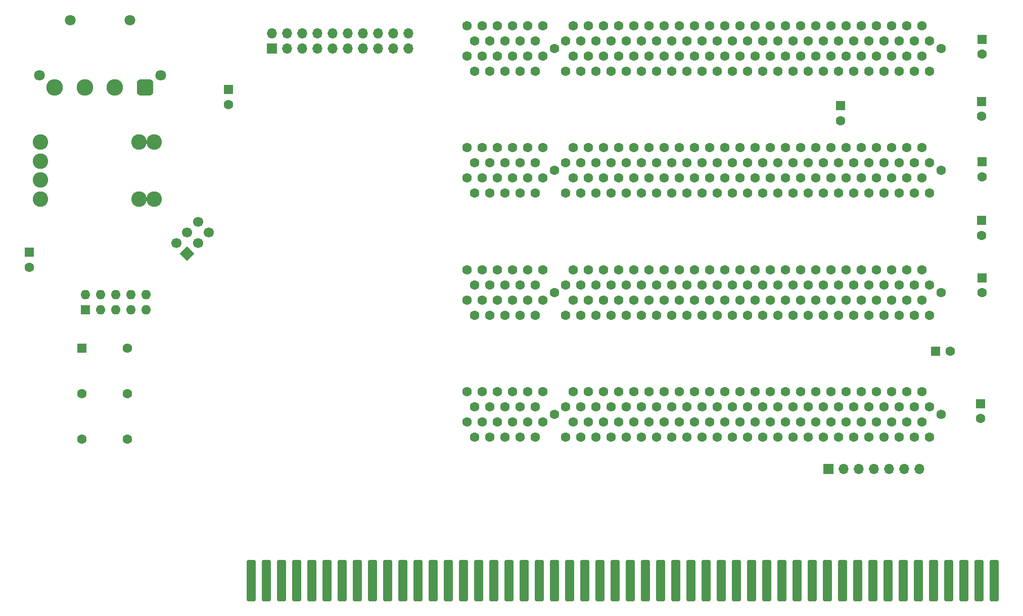
<source format=gbr>
%TF.GenerationSoftware,KiCad,Pcbnew,7.0.6-0*%
%TF.CreationDate,2023-08-26T23:16:56+02:00*%
%TF.ProjectId,Prometheus,50726f6d-6574-4686-9575-732e6b696361,rev?*%
%TF.SameCoordinates,Original*%
%TF.FileFunction,Soldermask,Bot*%
%TF.FilePolarity,Negative*%
%FSLAX46Y46*%
G04 Gerber Fmt 4.6, Leading zero omitted, Abs format (unit mm)*
G04 Created by KiCad (PCBNEW 7.0.6-0) date 2023-08-26 23:16:56*
%MOMM*%
%LPD*%
G01*
G04 APERTURE LIST*
G04 Aperture macros list*
%AMRoundRect*
0 Rectangle with rounded corners*
0 $1 Rounding radius*
0 $2 $3 $4 $5 $6 $7 $8 $9 X,Y pos of 4 corners*
0 Add a 4 corners polygon primitive as box body*
4,1,4,$2,$3,$4,$5,$6,$7,$8,$9,$2,$3,0*
0 Add four circle primitives for the rounded corners*
1,1,$1+$1,$2,$3*
1,1,$1+$1,$4,$5*
1,1,$1+$1,$6,$7*
1,1,$1+$1,$8,$9*
0 Add four rect primitives between the rounded corners*
20,1,$1+$1,$2,$3,$4,$5,0*
20,1,$1+$1,$4,$5,$6,$7,0*
20,1,$1+$1,$6,$7,$8,$9,0*
20,1,$1+$1,$8,$9,$2,$3,0*%
%AMHorizOval*
0 Thick line with rounded ends*
0 $1 width*
0 $2 $3 position (X,Y) of the first rounded end (center of the circle)*
0 $4 $5 position (X,Y) of the second rounded end (center of the circle)*
0 Add line between two ends*
20,1,$1,$2,$3,$4,$5,0*
0 Add two circle primitives to create the rounded ends*
1,1,$1,$2,$3*
1,1,$1,$4,$5*%
%AMRotRect*
0 Rectangle, with rotation*
0 The origin of the aperture is its center*
0 $1 length*
0 $2 width*
0 $3 Rotation angle, in degrees counterclockwise*
0 Add horizontal line*
21,1,$1,$2,0,0,$3*%
G04 Aperture macros list end*
%ADD10C,1.800000*%
%ADD11RoundRect,0.695000X-0.695000X-0.695000X0.695000X-0.695000X0.695000X0.695000X-0.695000X0.695000X0*%
%ADD12C,2.780000*%
%ADD13C,2.600000*%
%ADD14R,1.600000X1.600000*%
%ADD15C,1.600000*%
%ADD16R,1.700000X1.700000*%
%ADD17O,1.700000X1.700000*%
%ADD18RoundRect,0.400000X0.400000X3.100000X-0.400000X3.100000X-0.400000X-3.100000X0.400000X-3.100000X0*%
%ADD19RotRect,1.700000X1.700000X135.000000*%
%ADD20HorizOval,1.700000X0.000000X0.000000X0.000000X0.000000X0*%
%ADD21O,1.600000X1.600000*%
G04 APERTURE END LIST*
D10*
%TO.C,CON300*%
X78794227Y-31928457D03*
X83979158Y-22711074D03*
X93980211Y-22728386D03*
X99171099Y-31928457D03*
D11*
X96554414Y-33977279D03*
D12*
X91474414Y-33977279D03*
X86405514Y-33981379D03*
X81325314Y-33981379D03*
%TD*%
D13*
%TO.C,VR300*%
X78986900Y-43175100D03*
X78986900Y-46350100D03*
X78986900Y-49525100D03*
X78986900Y-52700100D03*
X95496900Y-52700100D03*
X98036900Y-52700100D03*
X95496900Y-43175100D03*
X98036900Y-43175100D03*
%TD*%
D14*
%TO.C,C303*%
X236499300Y-86962200D03*
D15*
X236499300Y-89462200D03*
%TD*%
D14*
%TO.C,C308*%
X77101200Y-61622800D03*
D15*
X77101200Y-64122800D03*
%TD*%
D14*
%TO.C,Q201/Q202*%
X85961596Y-77656975D03*
D15*
X85961596Y-85276975D03*
X85961596Y-92896975D03*
X93581596Y-92896975D03*
X93581596Y-85276975D03*
X93581596Y-77656975D03*
%TD*%
%TO.C,X303*%
X165061400Y-27470600D03*
X229831400Y-27470600D03*
X227926400Y-31280600D03*
X226656400Y-28740600D03*
X225386400Y-31280600D03*
X224116400Y-28740600D03*
X222846400Y-31280600D03*
X221576400Y-28740600D03*
X220306400Y-31280600D03*
X219036400Y-28740600D03*
X217766400Y-31280600D03*
X216496400Y-28740600D03*
X215226400Y-31280600D03*
X213956400Y-28740600D03*
X212686400Y-31280600D03*
X211416400Y-28740600D03*
X210146400Y-31280600D03*
X208876400Y-28740600D03*
X207606400Y-31280600D03*
X206336400Y-28740600D03*
X205066400Y-31280600D03*
X203796400Y-28740600D03*
X202526400Y-31280600D03*
X201256400Y-28740600D03*
X199986400Y-31280600D03*
X198716400Y-28740600D03*
X197446400Y-31280600D03*
X196176400Y-28740600D03*
X194906400Y-31280600D03*
X193636400Y-28740600D03*
X192366400Y-31280600D03*
X191096400Y-28740600D03*
X189826400Y-31280600D03*
X188556400Y-28740600D03*
X187286400Y-31280600D03*
X186016400Y-28740600D03*
X184746400Y-31280600D03*
X183476400Y-28740600D03*
X182206400Y-31280600D03*
X180936400Y-28740600D03*
X179666400Y-31280600D03*
X178396400Y-28740600D03*
X177126400Y-31280600D03*
X175856400Y-28740600D03*
X174586400Y-31280600D03*
X173316400Y-28740600D03*
X172046400Y-31280600D03*
X170776400Y-28740600D03*
X169506400Y-31280600D03*
X168236400Y-28740600D03*
X166966400Y-31280600D03*
X163156400Y-28740600D03*
X161886400Y-31280600D03*
X160616400Y-28740600D03*
X159346400Y-31280600D03*
X158076400Y-28740600D03*
X156806400Y-31280600D03*
X155536400Y-28740600D03*
X154266400Y-31280600D03*
X152996400Y-28740600D03*
X151726400Y-31280600D03*
X150456400Y-28740600D03*
X227926400Y-26200600D03*
X226656400Y-23660600D03*
X225386400Y-26200600D03*
X224116400Y-23660600D03*
X222846400Y-26200600D03*
X221576400Y-23660600D03*
X220306400Y-26200600D03*
X219036400Y-23660600D03*
X217766400Y-26200600D03*
X216496400Y-23660600D03*
X215226400Y-26200600D03*
X213956400Y-23660600D03*
X212686400Y-26200600D03*
X211416400Y-23660600D03*
X210146400Y-26200600D03*
X208876400Y-23660600D03*
X207606400Y-26200600D03*
X206336400Y-23660600D03*
X205066400Y-26200600D03*
X203796400Y-23660600D03*
X202526400Y-26200600D03*
X201256400Y-23660600D03*
X199986400Y-26200600D03*
X198716400Y-23660600D03*
X197446400Y-26200600D03*
X196176400Y-23660600D03*
X194906400Y-26200600D03*
X193636400Y-23660600D03*
X192366400Y-26200600D03*
X191096400Y-23660600D03*
X189826400Y-26200600D03*
X188556400Y-23660600D03*
X187286400Y-26200600D03*
X186016400Y-23660600D03*
X184746400Y-26200600D03*
X183476400Y-23660600D03*
X182206400Y-26200600D03*
X180936400Y-23660600D03*
X179666400Y-26200600D03*
X178396400Y-23660600D03*
X177126400Y-26200600D03*
X175856400Y-23660600D03*
X174586400Y-26200600D03*
X173316400Y-23660600D03*
X172046400Y-26200600D03*
X170776400Y-23660600D03*
X169506400Y-26200600D03*
X168236400Y-23660600D03*
X166966400Y-26200600D03*
X163156400Y-23660600D03*
X161886400Y-26200600D03*
X160616400Y-23660600D03*
X159346400Y-26200600D03*
X158076400Y-23660600D03*
X156806400Y-26200600D03*
X155536400Y-23660600D03*
X154266400Y-26200600D03*
X152996400Y-23660600D03*
X151726400Y-26200600D03*
X150456400Y-23660600D03*
%TD*%
D14*
%TO.C,C311*%
X110476800Y-34354000D03*
D15*
X110476800Y-36854000D03*
%TD*%
D14*
%TO.C,C305*%
X236714800Y-25926400D03*
D15*
X236714800Y-28426400D03*
%TD*%
D14*
%TO.C,C307*%
X236756151Y-65884042D03*
D15*
X236756151Y-68384042D03*
%TD*%
%TO.C,X301*%
X165061400Y-68364600D03*
X229831400Y-68364600D03*
X227926400Y-72174600D03*
X226656400Y-69634600D03*
X225386400Y-72174600D03*
X224116400Y-69634600D03*
X222846400Y-72174600D03*
X221576400Y-69634600D03*
X220306400Y-72174600D03*
X219036400Y-69634600D03*
X217766400Y-72174600D03*
X216496400Y-69634600D03*
X215226400Y-72174600D03*
X213956400Y-69634600D03*
X212686400Y-72174600D03*
X211416400Y-69634600D03*
X210146400Y-72174600D03*
X208876400Y-69634600D03*
X207606400Y-72174600D03*
X206336400Y-69634600D03*
X205066400Y-72174600D03*
X203796400Y-69634600D03*
X202526400Y-72174600D03*
X201256400Y-69634600D03*
X199986400Y-72174600D03*
X198716400Y-69634600D03*
X197446400Y-72174600D03*
X196176400Y-69634600D03*
X194906400Y-72174600D03*
X193636400Y-69634600D03*
X192366400Y-72174600D03*
X191096400Y-69634600D03*
X189826400Y-72174600D03*
X188556400Y-69634600D03*
X187286400Y-72174600D03*
X186016400Y-69634600D03*
X184746400Y-72174600D03*
X183476400Y-69634600D03*
X182206400Y-72174600D03*
X180936400Y-69634600D03*
X179666400Y-72174600D03*
X178396400Y-69634600D03*
X177126400Y-72174600D03*
X175856400Y-69634600D03*
X174586400Y-72174600D03*
X173316400Y-69634600D03*
X172046400Y-72174600D03*
X170776400Y-69634600D03*
X169506400Y-72174600D03*
X168236400Y-69634600D03*
X166966400Y-72174600D03*
X163156400Y-69634600D03*
X161886400Y-72174600D03*
X160616400Y-69634600D03*
X159346400Y-72174600D03*
X158076400Y-69634600D03*
X156806400Y-72174600D03*
X155536400Y-69634600D03*
X154266400Y-72174600D03*
X152996400Y-69634600D03*
X151726400Y-72174600D03*
X150456400Y-69634600D03*
X227926400Y-67094600D03*
X226656400Y-64554600D03*
X225386400Y-67094600D03*
X224116400Y-64554600D03*
X222846400Y-67094600D03*
X221576400Y-64554600D03*
X220306400Y-67094600D03*
X219036400Y-64554600D03*
X217766400Y-67094600D03*
X216496400Y-64554600D03*
X215226400Y-67094600D03*
X213956400Y-64554600D03*
X212686400Y-67094600D03*
X211416400Y-64554600D03*
X210146400Y-67094600D03*
X208876400Y-64554600D03*
X207606400Y-67094600D03*
X206336400Y-64554600D03*
X205066400Y-67094600D03*
X203796400Y-64554600D03*
X202526400Y-67094600D03*
X201256400Y-64554600D03*
X199986400Y-67094600D03*
X198716400Y-64554600D03*
X197446400Y-67094600D03*
X196176400Y-64554600D03*
X194906400Y-67094600D03*
X193636400Y-64554600D03*
X192366400Y-67094600D03*
X191096400Y-64554600D03*
X189826400Y-67094600D03*
X188556400Y-64554600D03*
X187286400Y-67094600D03*
X186016400Y-64554600D03*
X184746400Y-67094600D03*
X183476400Y-64554600D03*
X182206400Y-67094600D03*
X180936400Y-64554600D03*
X179666400Y-67094600D03*
X178396400Y-64554600D03*
X177126400Y-67094600D03*
X175856400Y-64554600D03*
X174586400Y-67094600D03*
X173316400Y-64554600D03*
X172046400Y-67094600D03*
X170776400Y-64554600D03*
X169506400Y-67094600D03*
X168236400Y-64554600D03*
X166966400Y-67094600D03*
X163156400Y-64554600D03*
X161886400Y-67094600D03*
X160616400Y-64554600D03*
X159346400Y-67094600D03*
X158076400Y-64554600D03*
X156806400Y-67094600D03*
X155536400Y-64554600D03*
X154266400Y-67094600D03*
X152996400Y-64554600D03*
X151726400Y-67094600D03*
X150456400Y-64554600D03*
%TD*%
D14*
%TO.C,C300*%
X236687678Y-46450578D03*
D15*
X236687678Y-48950578D03*
%TD*%
D16*
%TO.C,SV2*%
X117741200Y-27445200D03*
D17*
X117741200Y-24905200D03*
X120281200Y-27445200D03*
X120281200Y-24905200D03*
X122821200Y-27445200D03*
X122821200Y-24905200D03*
X125361200Y-27445200D03*
X125361200Y-24905200D03*
X127901200Y-27445200D03*
X127901200Y-24905200D03*
X130441200Y-27445200D03*
X130441200Y-24905200D03*
X132981200Y-27445200D03*
X132981200Y-24905200D03*
X135521200Y-27445200D03*
X135521200Y-24905200D03*
X138061200Y-27445200D03*
X138061200Y-24905200D03*
X140601200Y-27445200D03*
X140601200Y-24905200D03*
%TD*%
D15*
%TO.C,X300*%
X165061400Y-88811600D03*
X229831400Y-88811600D03*
X227926400Y-92621600D03*
X226656400Y-90081600D03*
X225386400Y-92621600D03*
X224116400Y-90081600D03*
X222846400Y-92621600D03*
X221576400Y-90081600D03*
X220306400Y-92621600D03*
X219036400Y-90081600D03*
X217766400Y-92621600D03*
X216496400Y-90081600D03*
X215226400Y-92621600D03*
X213956400Y-90081600D03*
X212686400Y-92621600D03*
X211416400Y-90081600D03*
X210146400Y-92621600D03*
X208876400Y-90081600D03*
X207606400Y-92621600D03*
X206336400Y-90081600D03*
X205066400Y-92621600D03*
X203796400Y-90081600D03*
X202526400Y-92621600D03*
X201256400Y-90081600D03*
X199986400Y-92621600D03*
X198716400Y-90081600D03*
X197446400Y-92621600D03*
X196176400Y-90081600D03*
X194906400Y-92621600D03*
X193636400Y-90081600D03*
X192366400Y-92621600D03*
X191096400Y-90081600D03*
X189826400Y-92621600D03*
X188556400Y-90081600D03*
X187286400Y-92621600D03*
X186016400Y-90081600D03*
X184746400Y-92621600D03*
X183476400Y-90081600D03*
X182206400Y-92621600D03*
X180936400Y-90081600D03*
X179666400Y-92621600D03*
X178396400Y-90081600D03*
X177126400Y-92621600D03*
X175856400Y-90081600D03*
X174586400Y-92621600D03*
X173316400Y-90081600D03*
X172046400Y-92621600D03*
X170776400Y-90081600D03*
X169506400Y-92621600D03*
X168236400Y-90081600D03*
X166966400Y-92621600D03*
X163156400Y-90081600D03*
X161886400Y-92621600D03*
X160616400Y-90081600D03*
X159346400Y-92621600D03*
X158076400Y-90081600D03*
X156806400Y-92621600D03*
X155536400Y-90081600D03*
X154266400Y-92621600D03*
X152996400Y-90081600D03*
X151726400Y-92621600D03*
X150456400Y-90081600D03*
X227926400Y-87541600D03*
X226656400Y-85001600D03*
X225386400Y-87541600D03*
X224116400Y-85001600D03*
X222846400Y-87541600D03*
X221576400Y-85001600D03*
X220306400Y-87541600D03*
X219036400Y-85001600D03*
X217766400Y-87541600D03*
X216496400Y-85001600D03*
X215226400Y-87541600D03*
X213956400Y-85001600D03*
X212686400Y-87541600D03*
X211416400Y-85001600D03*
X210146400Y-87541600D03*
X208876400Y-85001600D03*
X207606400Y-87541600D03*
X206336400Y-85001600D03*
X205066400Y-87541600D03*
X203796400Y-85001600D03*
X202526400Y-87541600D03*
X201256400Y-85001600D03*
X199986400Y-87541600D03*
X198716400Y-85001600D03*
X197446400Y-87541600D03*
X196176400Y-85001600D03*
X194906400Y-87541600D03*
X193636400Y-85001600D03*
X192366400Y-87541600D03*
X191096400Y-85001600D03*
X189826400Y-87541600D03*
X188556400Y-85001600D03*
X187286400Y-87541600D03*
X186016400Y-85001600D03*
X184746400Y-87541600D03*
X183476400Y-85001600D03*
X182206400Y-87541600D03*
X180936400Y-85001600D03*
X179666400Y-87541600D03*
X178396400Y-85001600D03*
X177126400Y-87541600D03*
X175856400Y-85001600D03*
X174586400Y-87541600D03*
X173316400Y-85001600D03*
X172046400Y-87541600D03*
X170776400Y-85001600D03*
X169506400Y-87541600D03*
X168236400Y-85001600D03*
X166966400Y-87541600D03*
X163156400Y-85001600D03*
X161886400Y-87541600D03*
X160616400Y-85001600D03*
X159346400Y-87541600D03*
X158076400Y-85001600D03*
X156806400Y-87541600D03*
X155536400Y-85001600D03*
X154266400Y-87541600D03*
X152996400Y-85001600D03*
X151726400Y-87541600D03*
X150456400Y-85001600D03*
%TD*%
D14*
%TO.C,C302*%
X236625902Y-56288800D03*
D15*
X236625902Y-58788800D03*
%TD*%
D18*
%TO.C,U1*%
X238746800Y-116599200D03*
X236206800Y-116599200D03*
X233666800Y-116599200D03*
X231126800Y-116599200D03*
X228586800Y-116599200D03*
X226046800Y-116599200D03*
X223506800Y-116599200D03*
X220966800Y-116599200D03*
X218426800Y-116599200D03*
X215886800Y-116599200D03*
X213346800Y-116599200D03*
X210806800Y-116599200D03*
X208266800Y-116599200D03*
X205726800Y-116599200D03*
X203186800Y-116599200D03*
X200646800Y-116599200D03*
X198106800Y-116599200D03*
X195566800Y-116599200D03*
X193026800Y-116599200D03*
X190486800Y-116599200D03*
X187946800Y-116599200D03*
X185406800Y-116599200D03*
X182866800Y-116599200D03*
X180326800Y-116599200D03*
X177786800Y-116599200D03*
X175246800Y-116599200D03*
X172706800Y-116599200D03*
X170166800Y-116599200D03*
X167626800Y-116599200D03*
X165086800Y-116599200D03*
X162546800Y-116599200D03*
X160006800Y-116599200D03*
X157466800Y-116599200D03*
X154926800Y-116599200D03*
X152386800Y-116599200D03*
X149846800Y-116599200D03*
X147306800Y-116599200D03*
X144766800Y-116599200D03*
X142226800Y-116599200D03*
X139686800Y-116599200D03*
X137146800Y-116599200D03*
X134606800Y-116599200D03*
X132066800Y-116599200D03*
X129526800Y-116599200D03*
X126986800Y-116599200D03*
X124446800Y-116599200D03*
X121906800Y-116599200D03*
X119366800Y-116599200D03*
X116826800Y-116599200D03*
X114286800Y-116599200D03*
%TD*%
D14*
%TO.C,C304*%
X228928421Y-78169669D03*
D15*
X231428421Y-78169669D03*
%TD*%
D19*
%TO.C,SV3*%
X103575708Y-61865815D03*
D20*
X101779657Y-60069764D03*
X105371759Y-60069764D03*
X103575708Y-58273713D03*
X107167810Y-58273713D03*
X105371759Y-56477661D03*
%TD*%
D14*
%TO.C,C306*%
X212984709Y-37058841D03*
D15*
X212984709Y-39558841D03*
%TD*%
D14*
%TO.C,C301*%
X236613200Y-36324400D03*
D15*
X236613200Y-38824400D03*
%TD*%
D14*
%TO.C,CON200*%
X86499200Y-71234800D03*
D21*
X86499200Y-68694800D03*
X89039200Y-71234800D03*
X89039200Y-68694800D03*
X91579200Y-71234800D03*
X91579200Y-68694800D03*
X94119200Y-71234800D03*
X94119200Y-68694800D03*
X96659200Y-71234800D03*
X96659200Y-68694800D03*
%TD*%
D15*
%TO.C,X302*%
X165061400Y-47916600D03*
X229831400Y-47916600D03*
X227926400Y-51726600D03*
X226656400Y-49186600D03*
X225386400Y-51726600D03*
X224116400Y-49186600D03*
X222846400Y-51726600D03*
X221576400Y-49186600D03*
X220306400Y-51726600D03*
X219036400Y-49186600D03*
X217766400Y-51726600D03*
X216496400Y-49186600D03*
X215226400Y-51726600D03*
X213956400Y-49186600D03*
X212686400Y-51726600D03*
X211416400Y-49186600D03*
X210146400Y-51726600D03*
X208876400Y-49186600D03*
X207606400Y-51726600D03*
X206336400Y-49186600D03*
X205066400Y-51726600D03*
X203796400Y-49186600D03*
X202526400Y-51726600D03*
X201256400Y-49186600D03*
X199986400Y-51726600D03*
X198716400Y-49186600D03*
X197446400Y-51726600D03*
X196176400Y-49186600D03*
X194906400Y-51726600D03*
X193636400Y-49186600D03*
X192366400Y-51726600D03*
X191096400Y-49186600D03*
X189826400Y-51726600D03*
X188556400Y-49186600D03*
X187286400Y-51726600D03*
X186016400Y-49186600D03*
X184746400Y-51726600D03*
X183476400Y-49186600D03*
X182206400Y-51726600D03*
X180936400Y-49186600D03*
X179666400Y-51726600D03*
X178396400Y-49186600D03*
X177126400Y-51726600D03*
X175856400Y-49186600D03*
X174586400Y-51726600D03*
X173316400Y-49186600D03*
X172046400Y-51726600D03*
X170776400Y-49186600D03*
X169506400Y-51726600D03*
X168236400Y-49186600D03*
X166966400Y-51726600D03*
X163156400Y-49186600D03*
X161886400Y-51726600D03*
X160616400Y-49186600D03*
X159346400Y-51726600D03*
X158076400Y-49186600D03*
X156806400Y-51726600D03*
X155536400Y-49186600D03*
X154266400Y-51726600D03*
X152996400Y-49186600D03*
X151726400Y-51726600D03*
X150456400Y-49186600D03*
X227926400Y-46646600D03*
X226656400Y-44106600D03*
X225386400Y-46646600D03*
X224116400Y-44106600D03*
X222846400Y-46646600D03*
X221576400Y-44106600D03*
X220306400Y-46646600D03*
X219036400Y-44106600D03*
X217766400Y-46646600D03*
X216496400Y-44106600D03*
X215226400Y-46646600D03*
X213956400Y-44106600D03*
X212686400Y-46646600D03*
X211416400Y-44106600D03*
X210146400Y-46646600D03*
X208876400Y-44106600D03*
X207606400Y-46646600D03*
X206336400Y-44106600D03*
X205066400Y-46646600D03*
X203796400Y-44106600D03*
X202526400Y-46646600D03*
X201256400Y-44106600D03*
X199986400Y-46646600D03*
X198716400Y-44106600D03*
X197446400Y-46646600D03*
X196176400Y-44106600D03*
X194906400Y-46646600D03*
X193636400Y-44106600D03*
X192366400Y-46646600D03*
X191096400Y-44106600D03*
X189826400Y-46646600D03*
X188556400Y-44106600D03*
X187286400Y-46646600D03*
X186016400Y-44106600D03*
X184746400Y-46646600D03*
X183476400Y-44106600D03*
X182206400Y-46646600D03*
X180936400Y-44106600D03*
X179666400Y-46646600D03*
X178396400Y-44106600D03*
X177126400Y-46646600D03*
X175856400Y-44106600D03*
X174586400Y-46646600D03*
X173316400Y-44106600D03*
X172046400Y-46646600D03*
X170776400Y-44106600D03*
X169506400Y-46646600D03*
X168236400Y-44106600D03*
X166966400Y-46646600D03*
X163156400Y-44106600D03*
X161886400Y-46646600D03*
X160616400Y-44106600D03*
X159346400Y-46646600D03*
X158076400Y-44106600D03*
X156806400Y-46646600D03*
X155536400Y-44106600D03*
X154266400Y-46646600D03*
X152996400Y-44106600D03*
X151726400Y-46646600D03*
X150456400Y-44106600D03*
%TD*%
D16*
%TO.C,SV1*%
X210959200Y-97878724D03*
D17*
X213499200Y-97878724D03*
X216039200Y-97878724D03*
X218579200Y-97878724D03*
X221119200Y-97878724D03*
X223659200Y-97878724D03*
X226199200Y-97878724D03*
%TD*%
M02*

</source>
